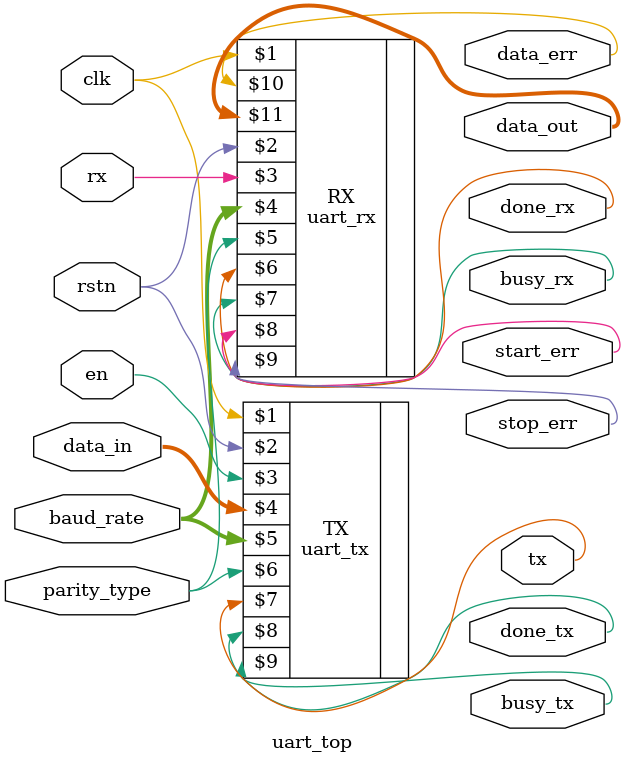
<source format=v>
module uart_top(clk,rstn,rx,parity_type,en,data_in,tx,done_tx,busy_tx,baud_rate,
		done_rx,busy_rx,start_err,stop_err,data_err,data_out);
		

	input en;
	input [7:0] data_in;
	output tx,done_tx,busy_tx;

	input clk,rstn,rx,parity_type;
	input [1:0] baud_rate;
	output done_rx,busy_rx,start_err,stop_err,data_err;
	output [7:0] data_out;

	uart_tx TX(clk,rstn,en,data_in,baud_rate,parity_type,tx,done_tx,busy_tx);
	uart_rx RX(clk,rstn,rx,baud_rate,parity_type,done_rx,busy_rx,start_err,stop_err,data_err,data_out);

endmodule
	


</source>
